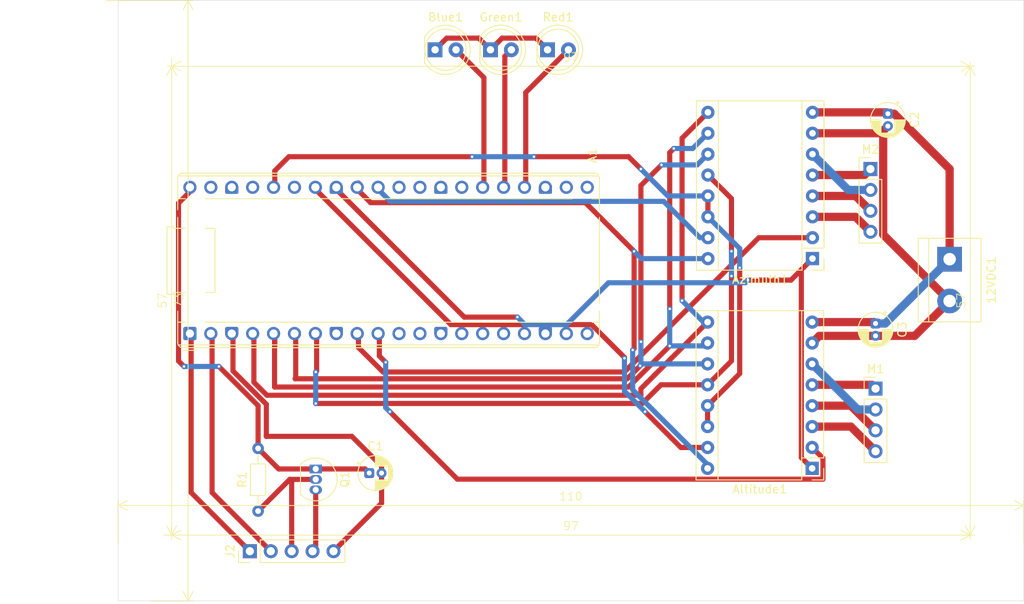
<source format=kicad_pcb>
(kicad_pcb (version 20241229) (generator "pcbnew") (generator_version "9.0")
  (layers (0 "F.Cu" signal) (2 "B.Cu" power) (13 "F.Paste" user) (15 "B.Paste" user) (5 "F.SilkS" user "F.Silkscreen") (7 "B.SilkS" user "B.Silkscreen") (1 "F.Mask" user) (3 "B.Mask" user) (25 "Edge.Cuts" user))
  (net 0 "")
  (net 1 "Net-(12VDC1-Pin_1)")
  (net 2 "Net-(12VDC1-Pin_2)")
  (net 3 "Net-(Blue1-K)")
  (net 4 "Net-(A1-GPIO27_ADC1)")
  (net 5 "Net-(A1-GPIO6)")
  (net 9 "Net-(A1-GPIO5)")
  (net 11 "Net-(A1-GPIO18)")
  (net 12 "Net-(A1-3V3)")
  (net 15 "Net-(A1-GPIO1)")
  (net 17 "Net-(A1-GPIO2)")
  (net 18 "Net-(A1-GPIO7)")
  (net 19 "Net-(A1-AGND)")
  (net 20 "Net-(A1-GPIO19)")
  (net 21 "Net-(A1-GPIO26_ADC0)")
  (net 23 "Net-(A1-GPIO3)")
  (net 26 "Net-(A1-GPIO28_ADC2)")
  (net 29 "Net-(A1-VBUS)")
  (net 34 "Net-(A1-GPIO20)")
  (net 35 "Net-(A1-GPIO4)")
  (net 36 "Net-(A1-GPIO0)")
  (net 37 "Net-(Altitude1-A2)")
  (net 38 "Net-(Altitude1-B1)")
  (net 39 "Net-(Altitude1-B2)")
  (net 40 "Net-(Altitude1-A1)")
  (net 41 "Net-(Azimuth1-A2)")
  (net 42 "Net-(Azimuth1-B1)")
  (net 43 "Net-(Azimuth1-A1)")
  (net 44 "Net-(Azimuth1-B2)")
  (net 45 "Net-(J2-Pin_3)")
  (net 46 "Net-(J2-Pin_4)")
  (footprint "TerminalBlock:TerminalBlock_bornier-2_P5.08mm" (layer "F.Cu") (at 131 79.96 -90)
    (property "Reference" "12VDC1" (at 2.54 -5.08 90) (layer "F.SilkS"))
    (property "Value" "12V Power Punchdown")
    (pad "1" thru_hole rect (at 0 0 270) (size 3 3) (drill 1.52) (layers "*.Cu" "*.Mask") (net 1 "Net-(12VDC1-Pin_1)"))
    (pad "2" thru_hole circle (at 5.08 0 270) (size 3 3) (drill 1.52) (layers "*.Cu" "*.Mask") (net 2 "Net-(12VDC1-Pin_2)"))
  )
  (footprint "MountingHole:MountingHole_3.2mm_M3" (layer "F.Cu") (at 35 115.1)
    (property "Reference" "REF**" (hide yes))
    (property "Value" "MountingHole_3.2mm_M3" (hide yes))
    (pad "" np_thru_hole circle (at 0 0) (size 3.2 3.2) (drill 3.2) (layers "*.Cu" "*.Mask"))
  )
  (footprint "MountingHole:MountingHole_3.2mm_M3" (layer "F.Cu") (at 135 54.9)
    (property "Reference" "REF**" (hide yes))
    (property "Value" "MountingHole_3.2mm_M3" (hide yes))
    (pad "" np_thru_hole circle (at 0 0) (size 3.2 3.2) (drill 3.2) (layers "*.Cu" "*.Mask"))
  )
  (footprint "Package_TO_SOT_THT:TO-92_Inline" (layer "F.Cu") (at 54 105.46 -90)
    (property "Reference" "Q1" (at 1.27 -3.56 90) (layer "F.SilkS"))
    (property "Value" "PN2222A")
    (pad "1" thru_hole rect (at 0 0 270) (size 1.05 1.5) (drill 0.75) (layers "*.Cu" "*.Mask") (net 29 "Net-(A1-VBUS)"))
    (pad "2" thru_hole oval (at 1.27 0 270) (size 1.05 1.5) (drill 0.75) (layers "*.Cu" "*.Mask") (net 45 "Net-(J2-Pin_3)"))
    (pad "3" thru_hole oval (at 2.54 0 270) (size 1.05 1.5) (drill 0.75) (layers "*.Cu" "*.Mask") (net 46 "Net-(J2-Pin_4)"))
  )
  (footprint "Module:RaspberryPi_Pico_Common_THT" (layer "F.Cu") (at 38.72 89 90)
    (property "Reference" "A1" (at 20.6375 48.895 90) (layer "F.SilkS") (effects (justify left)))
    (property "Value" "RaspberryPi_Pico")
    (pad "1" thru_hole roundrect (at 0 0 90) (size 1.6 1.6) (drill 1) (layers "*.Cu" "*.Mask") (roundrect_rratio 0.125) (net 36 "Net-(A1-GPIO0)"))
    (pad "2" thru_hole circle (at 0 2.54 90) (size 1.6 1.6) (drill 1) (layers "*.Cu" "*.Mask") (net 15 "Net-(A1-GPIO1)"))
    (pad "3" thru_hole custom (at 0 5.08 90) (size 1.6 1.6) (drill 1) (layers "*.Cu" "*.Mask") (net 3 "Net-(Blue1-K)") (options (clearance outline) (anchor circle)) (primitives (gr_poly (pts (xy 0.8 0.6) (xy 0.8 -0.6) (xy 0.6 -0.8) (xy 0 -0.8) (xy 0 0.8) (xy 0.6 0.8)) (width 0) (fill yes)) (gr_circle (center 0.6 0.6) (end 0.8 0.6) (width 0) (fill yes)) (gr_circle (center 0.6 -0.6) (end 0.8 -0.6) (width 0) (fill yes))))
    (pad "4" thru_hole circle (at 0 7.62 90) (size 1.6 1.6) (drill 1) (layers "*.Cu" "*.Mask") (net 17 "Net-(A1-GPIO2)"))
    (pad "5" thru_hole circle (at 0 10.16 90) (size 1.6 1.6) (drill 1) (layers "*.Cu" "*.Mask") (net 23 "Net-(A1-GPIO3)"))
    (pad "6" thru_hole circle (at 0 12.7 90) (size 1.6 1.6) (drill 1) (layers "*.Cu" "*.Mask") (net 35 "Net-(A1-GPIO4)"))
    (pad "7" thru_hole circle (at 0 15.24 90) (size 1.6 1.6) (drill 1) (layers "*.Cu" "*.Mask") (net 9 "Net-(A1-GPIO5)"))
    (pad "8" thru_hole custom (at 0 17.78 90) (size 1.6 1.6) (drill 1) (layers "*.Cu" "*.Mask") (net 3 "Net-(Blue1-K)") (options (clearance outline) (anchor circle)) (primitives (gr_poly (pts (xy 0.8 0.6) (xy 0.8 -0.6) (xy 0.6 -0.8) (xy 0 -0.8) (xy 0 0.8) (xy 0.6 0.8)) (width 0) (fill yes)) (gr_circle (center 0.6 0.6) (end 0.8 0.6) (width 0) (fill yes)) (gr_circle (center 0.6 -0.6) (end 0.8 -0.6) (width 0) (fill yes))))
    (pad "9" thru_hole circle (at 0 20.32 90) (size 1.6 1.6) (drill 1) (layers "*.Cu" "*.Mask") (net 5 "Net-(A1-GPIO6)"))
    (pad "10" thru_hole circle (at 0 22.86 90) (size 1.6 1.6) (drill 1) (layers "*.Cu" "*.Mask") (net 18 "Net-(A1-GPIO7)"))
    (pad "11" thru_hole circle (at 0 25.4 90) (size 1.6 1.6) (drill 1) (layers "*.Cu" "*.Mask"))
    (pad "12" thru_hole circle (at 0 27.94 90) (size 1.6 1.6) (drill 1) (layers "*.Cu" "*.Mask"))
    (pad "13" thru_hole custom (at 0 30.48 90) (size 1.6 1.6) (drill 1) (layers "*.Cu" "*.Mask") (net 3 "Net-(Blue1-K)") (options (clearance outline) (anchor circle)) (primitives (gr_poly (pts (xy 0.8 0.6) (xy 0.8 -0.6) (xy 0.6 -0.8) (xy 0 -0.8) (xy 0 0.8) (xy 0.6 0.8)) (width 0) (fill yes)) (gr_circle (center 0.6 0.6) (end 0.8 0.6) (width 0) (fill yes)) (gr_circle (center 0.6 -0.6) (end 0.8 -0.6) (width 0) (fill yes))))
    (pad "14" thru_hole circle (at 0 33.02 90) (size 1.6 1.6) (drill 1) (layers "*.Cu" "*.Mask"))
    (pad "15" thru_hole circle (at 0 35.56 90) (size 1.6 1.6) (drill 1) (layers "*.Cu" "*.Mask"))
    (pad "16" thru_hole circle (at 0 38.1 90) (size 1.6 1.6) (drill 1) (layers "*.Cu" "*.Mask"))
    (pad "17" thru_hole circle (at 0 40.64 90) (size 1.6 1.6) (drill 1) (layers "*.Cu" "*.Mask"))
    (pad "18" thru_hole custom (at 0 43.18 90) (size 1.6 1.6) (drill 1) (layers "*.Cu" "*.Mask") (net 3 "Net-(Blue1-K)") (options (clearance outline) (anchor circle)) (primitives (gr_poly (pts (xy 0.8 0.6) (xy 0.8 -0.6) (xy 0.6 -0.8) (xy 0 -0.8) (xy 0 0.8) (xy 0.6 0.8)) (width 0) (fill yes)) (gr_circle (center 0.6 0.6) (end 0.8 0.6) (width 0) (fill yes)) (gr_circle (center 0.6 -0.6) (end 0.8 -0.6) (width 0) (fill yes))))
    (pad "19" thru_hole circle (at 0 45.72 90) (size 1.6 1.6) (drill 1) (layers "*.Cu" "*.Mask"))
    (pad "20" thru_hole circle (at 0 48.26 90) (size 1.6 1.6) (drill 1) (layers "*.Cu" "*.Mask"))
    (pad "21" thru_hole circle (at 17.78 48.26 90) (size 1.6 1.6) (drill 1) (layers "*.Cu" "*.Mask"))
    (pad "22" thru_hole circle (at 17.78 45.72 90) (size 1.6 1.6) (drill 1) (layers "*.Cu" "*.Mask"))
    (pad "23" thru_hole custom (at 17.78 43.18 90) (size 1.6 1.6) (drill 1) (layers "*.Cu" "*.Mask") (net 3 "Net-(Blue1-K)") (options (clearance outline) (anchor circle)) (primitives (gr_poly (pts (xy -0.8 0.6) (xy -0.8 -0.6) (xy -0.6 -0.8) (xy 0 -0.8) (xy 0 0.8) (xy -0.6 0.8)) (width 0) (fill yes)) (gr_circle (center -0.6 0.6) (end -0.4 0.6) (width 0) (fill yes)) (gr_circle (center -0.6 -0.6) (end -0.4 -0.6) (width 0) (fill yes))))
    (pad "24" thru_hole circle (at 17.78 40.64 90) (size 1.6 1.6) (drill 1) (layers "*.Cu" "*.Mask") (net 11 "Net-(A1-GPIO18)"))
    (pad "25" thru_hole circle (at 17.78 38.1 90) (size 1.6 1.6) (drill 1) (layers "*.Cu" "*.Mask") (net 20 "Net-(A1-GPIO19)"))
    (pad "26" thru_hole circle (at 17.78 35.56 90) (size 1.6 1.6) (drill 1) (layers "*.Cu" "*.Mask") (net 34 "Net-(A1-GPIO20)"))
    (pad "27" thru_hole circle (at 17.78 33.02 90) (size 1.6 1.6) (drill 1) (layers "*.Cu" "*.Mask"))
    (pad "28" thru_hole custom (at 17.78 30.48 90) (size 1.6 1.6) (drill 1) (layers "*.Cu" "*.Mask") (net 3 "Net-(Blue1-K)") (options (clearance outline) (anchor circle)) (primitives (gr_poly (pts (xy -0.8 0.6) (xy -0.8 -0.6) (xy -0.6 -0.8) (xy 0 -0.8) (xy 0 0.8) (xy -0.6 0.8)) (width 0) (fill yes)) (gr_circle (center -0.6 0.6) (end -0.4 0.6) (width 0) (fill yes)) (gr_circle (center -0.6 -0.6) (end -0.4 -0.6) (width 0) (fill yes))))
    (pad "29" thru_hole circle (at 17.78 27.94 90) (size 1.6 1.6) (drill 1) (layers "*.Cu" "*.Mask"))
    (pad "30" thru_hole circle (at 17.78 25.4 90) (size 1.6 1.6) (drill 1) (layers "*.Cu" "*.Mask"))
    (pad "31" thru_hole circle (at 17.78 22.86 90) (size 1.6 1.6) (drill 1) (layers "*.Cu" "*.Mask") (net 21 "Net-(A1-GPIO26_ADC0)"))
    (pad "32" thru_hole circle (at 17.78 20.32 90) (size 1.6 1.6) (drill 1) (layers "*.Cu" "*.Mask") (net 4 "Net-(A1-GPIO27_ADC1)"))
    (pad "33" thru_hole custom (at 17.78 17.78 90) (size 1.6 1.6) (drill 1) (layers "*.Cu" "*.Mask") (net 19 "Net-(A1-AGND)") (options (clearance outline) (anchor circle)) (primitives (gr_poly (pts (xy -0.8 0.6) (xy -0.8 -0.6) (xy -0.6 -0.8) (xy 0 -0.8) (xy 0 0.8) (xy -0.6 0.8)) (width 0) (fill yes)) (gr_circle (center -0.6 0.6) (end -0.4 0.6) (width 0) (fill yes)) (gr_circle (center -0.6 -0.6) (end -0.4 -0.6) (width 0) (fill yes))))
    (pad "34" thru_hole circle (at 17.78 15.24 90) (size 1.6 1.6) (drill 1) (layers "*.Cu" "*.Mask") (net 26 "Net-(A1-GPIO28_ADC2)"))
    (pad "35" thru_hole circle (at 17.78 12.7 90) (size 1.6 1.6) (drill 1) (layers "*.Cu" "*.Mask"))
    (pad "36" thru_hole circle (at 17.78 10.16 90) (size 1.6 1.6) (drill 1) (layers "*.Cu" "*.Mask") (net 12 "Net-(A1-3V3)"))
    (pad "37" thru_hole circle (at 17.78 7.62 90) (size 1.6 1.6) (drill 1) (layers "*.Cu" "*.Mask"))
    (pad "38" thru_hole custom (at 17.78 5.08 90) (size 1.6 1.6) (drill 1) (layers "*.Cu" "*.Mask") (net 3 "Net-(Blue1-K)") (options (clearance outline) (anchor circle)) (primitives (gr_poly (pts (xy -0.8 0.6) (xy -0.8 -0.6) (xy -0.6 -0.8) (xy 0 -0.8) (xy 0 0.8) (xy -0.6 0.8)) (width 0) (fill yes)) (gr_circle (center -0.6 0.6) (end -0.4 0.6) (width 0) (fill yes)) (gr_circle (center -0.6 -0.6) (end -0.4 -0.6) (width 0) (fill yes))))
    (pad "39" thru_hole circle (at 17.78 2.54 90) (size 1.6 1.6) (drill 1) (layers "*.Cu" "*.Mask"))
    (pad "40" thru_hole circle (at 17.78 0 90) (size 1.6 1.6) (drill 1) (layers "*.Cu" "*.Mask") (net 29 "Net-(A1-VBUS)"))
  )
  (footprint "LED_THT:LED_D5.0mm" (layer "F.Cu") (at 82.16 54.5)
    (property "Reference" "Red1" (at 1.27 -3.96 0) (layer "F.SilkS"))
    (property "Value" "LED")
    (pad "1" thru_hole rect (at 0 0) (size 1.8 1.8) (drill 0.9) (layers "*.Cu" "*.Mask") (net 3 "Net-(Blue1-K)"))
    (pad "2" thru_hole circle (at 2.54 0) (size 1.8 1.8) (drill 0.9) (layers "*.Cu" "*.Mask") (net 11 "Net-(A1-GPIO18)"))
  )
  (footprint "Module:Pololu_Breakout-16_15.2x20.3mm" (layer "F.Cu") (at 114.34 79.89 180)
    (property "Reference" "Azimuth1" (at 6.35 -2.54 0) (layer "F.SilkS"))
    (property "Value" "Pololu_Breakout_DRV8825")
    (pad "1" thru_hole rect (at 0 0 180) (size 1.6 1.6) (drill 0.8) (layers "*.Cu" "*.Mask") (net 19 "Net-(A1-AGND)"))
    (pad "2" thru_hole oval (at 0 2.54 180) (size 1.6 1.6) (drill 0.8) (layers "*.Cu" "*.Mask") (net 5 "Net-(A1-GPIO6)"))
    (pad "3" thru_hole oval (at 0 5.08 180) (size 1.6 1.6) (drill 0.8) (layers "*.Cu" "*.Mask") (net 41 "Net-(Azimuth1-A2)"))
    (pad "4" thru_hole oval (at 0 7.62 180) (size 1.6 1.6) (drill 0.8) (layers "*.Cu" "*.Mask") (net 43 "Net-(Azimuth1-A1)"))
    (pad "5" thru_hole oval (at 0 10.16 180) (size 1.6 1.6) (drill 0.8) (layers "*.Cu" "*.Mask") (net 42 "Net-(Azimuth1-B1)"))
    (pad "6" thru_hole oval (at 0 12.7 180) (size 1.6 1.6) (drill 0.8) (layers "*.Cu" "*.Mask") (net 44 "Net-(Azimuth1-B2)"))
    (pad "7" thru_hole oval (at 0 15.24 180) (size 1.6 1.6) (drill 0.8) (layers "*.Cu" "*.Mask") (net 2 "Net-(12VDC1-Pin_2)"))
    (pad "8" thru_hole oval (at 0 17.78 180) (size 1.6 1.6) (drill 0.8) (layers "*.Cu" "*.Mask") (net 1 "Net-(12VDC1-Pin_1)"))
    (pad "9" thru_hole oval (at 12.7 17.78 180) (size 1.6 1.6) (drill 0.8) (layers "*.Cu" "*.Mask") (net 17 "Net-(A1-GPIO2)"))
    (pad "10" thru_hole oval (at 12.7 15.24 180) (size 1.6 1.6) (drill 0.8) (layers "*.Cu" "*.Mask") (net 23 "Net-(A1-GPIO3)"))
    (pad "11" thru_hole oval (at 12.7 12.7 180) (size 1.6 1.6) (drill 0.8) (layers "*.Cu" "*.Mask") (net 35 "Net-(A1-GPIO4)"))
    (pad "12" thru_hole oval (at 12.7 10.16 180) (size 1.6 1.6) (drill 0.8) (layers "*.Cu" "*.Mask") (net 9 "Net-(A1-GPIO5)"))
    (pad "13" thru_hole oval (at 12.7 7.62 180) (size 1.6 1.6) (drill 0.8) (layers "*.Cu" "*.Mask") (net 12 "Net-(A1-3V3)"))
    (pad "14" thru_hole oval (at 12.7 5.08 180) (size 1.6 1.6) (drill 0.8) (layers "*.Cu" "*.Mask") (net 12 "Net-(A1-3V3)"))
    (pad "15" thru_hole oval (at 12.7 2.54 180) (size 1.6 1.6) (drill 0.8) (layers "*.Cu" "*.Mask") (net 21 "Net-(A1-GPIO26_ADC0)"))
    (pad "16" thru_hole oval (at 12.7 0 180) (size 1.6 1.6) (drill 0.8) (layers "*.Cu" "*.Mask") (net 4 "Net-(A1-GPIO27_ADC1)"))
  )
  (footprint "LED_THT:LED_D5.0mm" (layer "F.Cu") (at 68.5 54.5)
    (property "Reference" "Blue1" (at 1.27 -3.96 0) (layer "F.SilkS"))
    (property "Value" "LED")
    (pad "1" thru_hole rect (at 0 0) (size 1.8 1.8) (drill 0.9) (layers "*.Cu" "*.Mask") (net 3 "Net-(Blue1-K)"))
    (pad "2" thru_hole circle (at 2.54 0) (size 1.8 1.8) (drill 0.9) (layers "*.Cu" "*.Mask") (net 34 "Net-(A1-GPIO20)"))
  )
  (footprint "Capacitor_THT:CP_Radial_D4.0mm_P1.50mm" (layer "F.Cu") (at 123.5 62.277401 -90)
    (property "Reference" "C2" (at 0.75 -3.25 90) (layer "F.SilkS"))
    (property "Value" "47uF")
    (pad "1" thru_hole roundrect (at 0 0 270) (size 1.2 1.2) (drill 0.6) (layers "*.Cu" "*.Mask") (roundrect_rratio 0.208333) (net 1 "Net-(12VDC1-Pin_1)"))
    (pad "2" thru_hole circle (at 1.5 0 270) (size 1.2 1.2) (drill 0.6) (layers "*.Cu" "*.Mask") (net 2 "Net-(12VDC1-Pin_2)"))
  )
  (footprint "Connector_PinHeader_2.54mm:PinHeader_1x05_P2.54mm_Vertical" (layer "F.Cu") (at 46 115.46 90)
    (property "Reference" "J2" (at 0 -2.38 90) (layer "F.SilkS"))
    (property "Value" "RaspberryPi_Link")
    (pad "1" thru_hole rect (at 0 0 90) (size 1.7 1.7) (drill 1) (layers "*.Cu" "*.Mask") (net 36 "Net-(A1-GPIO0)"))
    (pad "2" thru_hole circle (at 0 2.54 90) (size 1.7 1.7) (drill 1) (layers "*.Cu" "*.Mask") (net 15 "Net-(A1-GPIO1)"))
    (pad "3" thru_hole circle (at 0 5.08 90) (size 1.7 1.7) (drill 1) (layers "*.Cu" "*.Mask") (net 45 "Net-(J2-Pin_3)"))
    (pad "4" thru_hole circle (at 0 7.62 90) (size 1.7 1.7) (drill 1) (layers "*.Cu" "*.Mask") (net 46 "Net-(J2-Pin_4)"))
    (pad "5" thru_hole circle (at 0 10.16 90) (size 1.7 1.7) (drill 1) (layers "*.Cu" "*.Mask") (net 3 "Net-(Blue1-K)"))
  )
  (footprint "LED_THT:LED_D5.0mm" (layer "F.Cu") (at 75.225 54.5)
    (property "Reference" "Green1" (at 1.27 -3.96 0) (layer "F.SilkS"))
    (property "Value" "LED")
    (pad "1" thru_hole rect (at 0 0) (size 1.8 1.8) (drill 0.9) (layers "*.Cu" "*.Mask") (net 3 "Net-(Blue1-K)"))
    (pad "2" thru_hole circle (at 2.54 0) (size 1.8 1.8) (drill 0.9) (layers "*.Cu" "*.Mask") (net 20 "Net-(A1-GPIO19)"))
  )
  (footprint "Capacitor_THT:CP_Radial_D4.0mm_P1.50mm" (layer "F.Cu") (at 60.5 105.96)
    (property "Reference" "C1" (at 0.75 -3.25 0) (layer "F.SilkS"))
    (property "Value" "47uF")
    (pad "1" thru_hole roundrect (at 0 0) (size 1.2 1.2) (drill 0.6) (layers "*.Cu" "*.Mask") (roundrect_rratio 0.208333) (net 29 "Net-(A1-VBUS)"))
    (pad "2" thru_hole circle (at 1.5 0) (size 1.2 1.2) (drill 0.6) (layers "*.Cu" "*.Mask") (net 3 "Net-(Blue1-K)"))
  )
  (footprint "MountingHole:MountingHole_3.2mm_M3" (layer "F.Cu") (at 35 54.9)
    (property "Reference" "REF**" (hide yes))
    (property "Value" "MountingHole_3.2mm_M3" (hide yes))
    (pad "" np_thru_hole circle (at 0 0) (size 3.2 3.2) (drill 3.2) (layers "*.Cu" "*.Mask"))
  )
  (footprint "Connector_PinHeader_2.54mm:PinHeader_1x04_P2.54mm_Vertical" (layer "F.Cu") (at 122 95.69)
    (property "Reference" "M1" (at 0 -2.38 0) (layer "F.SilkS"))
    (property "Value" "Stepper_Motor_bipolar")
    (pad "1" thru_hole rect (at 0 0) (size 1.7 1.7) (drill 1) (layers "*.Cu" "*.Mask") (net 38 "Net-(Altitude1-B1)"))
    (pad "2" thru_hole circle (at 0 2.54) (size 1.7 1.7) (drill 1) (layers "*.Cu" "*.Mask") (net 39 "Net-(Altitude1-B2)"))
    (pad "3" thru_hole circle (at 0 5.08) (size 1.7 1.7) (drill 1) (layers "*.Cu" "*.Mask") (net 40 "Net-(Altitude1-A1)"))
    (pad "4" thru_hole circle (at 0 7.62) (size 1.7 1.7) (drill 1) (layers "*.Cu" "*.Mask") (net 37 "Net-(Altitude1-A2)"))
  )
  (footprint "MountingHole:MountingHole_3.2mm_M3" (layer "F.Cu") (at 135 115.1)
    (property "Reference" "REF**" (hide yes))
    (property "Value" "MountingHole_3.2mm_M3" (hide yes))
    (pad "" np_thru_hole circle (at 0 0) (size 3.2 3.2) (drill 3.2) (layers "*.Cu" "*.Mask"))
  )
  (footprint "Connector_PinHeader_2.54mm:PinHeader_1x04_P2.54mm_Vertical" (layer "F.Cu") (at 121.38 69)
    (property "Reference" "M2" (at 0 -2.38 0) (layer "F.SilkS"))
    (property "Value" "Stepper_Motor_bipolar")
    (pad "1" thru_hole rect (at 0 0) (size 1.7 1.7) (drill 1) (layers "*.Cu" "*.Mask") (net 42 "Net-(Azimuth1-B1)"))
    (pad "2" thru_hole circle (at 0 2.54) (size 1.7 1.7) (drill 1) (layers "*.Cu" "*.Mask") (net 44 "Net-(Azimuth1-B2)"))
    (pad "3" thru_hole circle (at 0 5.08) (size 1.7 1.7) (drill 1) (layers "*.Cu" "*.Mask") (net 43 "Net-(Azimuth1-A1)"))
    (pad "4" thru_hole circle (at 0 7.62) (size 1.7 1.7) (drill 1) (layers "*.Cu" "*.Mask") (net 41 "Net-(Azimuth1-A2)"))
  )
  (footprint "Capacitor_THT:CP_Radial_D4.0mm_P1.50mm" (layer "F.Cu") (at 122 87.777401 -90)
    (property "Reference" "C3" (at 0.75 -3.25 90) (layer "F.SilkS"))
    (property "Value" "47uF")
    (pad "1" thru_hole roundrect (at 0 0 270) (size 1.2 1.2) (drill 0.6) (layers "*.Cu" "*.Mask") (roundrect_rratio 0.208333) (net 1 "Net-(12VDC1-Pin_1)"))
    (pad "2" thru_hole circle (at 1.5 0 270) (size 1.2 1.2) (drill 0.6) (layers "*.Cu" "*.Mask") (net 2 "Net-(12VDC1-Pin_2)"))
  )
  (footprint "Module:Pololu_Breakout-16_15.2x20.3mm" (layer "F.Cu") (at 114.3 105.39 180)
    (property "Reference" "Altitude1" (at 6.35 -2.54 0) (layer "F.SilkS"))
    (property "Value" "Pololu_Breakout_DRV8825")
    (pad "1" thru_hole rect (at 0 0 180) (size 1.6 1.6) (drill 0.8) (layers "*.Cu" "*.Mask") (net 19 "Net-(A1-AGND)"))
    (pad "2" thru_hole oval (at 0 2.54 180) (size 1.6 1.6) (drill 0.8) (layers "*.Cu" "*.Mask") (net 18 "Net-(A1-GPIO7)"))
    (pad "3" thru_hole oval (at 0 5.08 180) (size 1.6 1.6) (drill 0.8) (layers "*.Cu" "*.Mask") (net 37 "Net-(Altitude1-A2)"))
    (pad "4" thru_hole oval (at 0 7.62 180) (size 1.6 1.6) (drill 0.8) (layers "*.Cu" "*.Mask") (net 40 "Net-(Altitude1-A1)"))
    (pad "5" thru_hole oval (at 0 10.16 180) (size 1.6 1.6) (drill 0.8) (layers "*.Cu" "*.Mask") (net 38 "Net-(Altitude1-B1)"))
    (pad "6" thru_hole oval (at 0 12.7 180) (size 1.6 1.6) (drill 0.8) (layers "*.Cu" "*.Mask") (net 39 "Net-(Altitude1-B2)"))
    (pad "7" thru_hole oval (at 0 15.24 180) (size 1.6 1.6) (drill 0.8) (layers "*.Cu" "*.Mask") (net 2 "Net-(12VDC1-Pin_2)"))
    (pad "8" thru_hole oval (at 0 17.78 180) (size 1.6 1.6) (drill 0.8) (layers "*.Cu" "*.Mask") (net 1 "Net-(12VDC1-Pin_1)"))
    (pad "9" thru_hole oval (at 12.7 17.78 180) (size 1.6 1.6) (drill 0.8) (layers "*.Cu" "*.Mask") (net 17 "Net-(A1-GPIO2)"))
    (pad "10" thru_hole oval (at 12.7 15.24 180) (size 1.6 1.6) (drill 0.8) (layers "*.Cu" "*.Mask") (net 23 "Net-(A1-GPIO3)"))
    (pad "11" thru_hole oval (at 12.7 12.7 180) (size 1.6 1.6) (drill 0.8) (layers "*.Cu" "*.Mask") (net 35 "Net-(A1-GPIO4)"))
    (pad "12" thru_hole oval (at 12.7 10.16 180) (size 1.6 1.6) (drill 0.8) (layers "*.Cu" "*.Mask") (net 9 "Net-(A1-GPIO5)"))
    (pad "13" thru_hole oval (at 12.7 7.62 180) (size 1.6 1.6) (drill 0.8) (layers "*.Cu" "*.Mask") (net 12 "Net-(A1-3V3)"))
    (pad "14" thru_hole oval (at 12.7 5.08 180) (size 1.6 1.6) (drill 0.8) (layers "*.Cu" "*.Mask") (net 12 "Net-(A1-3V3)"))
    (pad "15" thru_hole oval (at 12.7 2.54 180) (size 1.6 1.6) (drill 0.8) (layers "*.Cu" "*.Mask") (net 26 "Net-(A1-GPIO28_ADC2)"))
    (pad "16" thru_hole oval (at 12.7 0 180) (size 1.6 1.6) (drill 0.8) (layers "*.Cu" "*.Mask") (net 4 "Net-(A1-GPIO27_ADC1)"))
  )
  (footprint "Resistor_THT:R_Axial_DIN0204_L3.6mm_D1.6mm_P7.62mm_Horizontal" (layer "F.Cu") (at 47 110.58 90)
    (property "Reference" "R1" (at 3.81 -1.92 90) (layer "F.SilkS"))
    (property "Value" "10K Ohm")
    (pad "1" thru_hole circle (at 0 0 90) (size 1.4 1.4) (drill 0.7) (layers "*.Cu" "*.Mask") (net 45 "Net-(J2-Pin_3)"))
    (pad "2" thru_hole circle (at 7.62 0 90) (size 1.4 1.4) (drill 0.7) (layers "*.Cu" "*.Mask") (net 29 "Net-(A1-VBUS)"))
  )
  (gr_rect (start 30 48.5) (end 140 121.5) (stroke (width 0.05)) (fill no) (layer "Edge.Cuts"))
  (dimension (type orthogonal) (layer "F.SilkS") (pts (xy 30 114.9) (xy 140 114.9)) (height -5) (orientation 0) (format (prefix "") (suffix "") (units 3) (units_format 0) (precision 4) (suppress_zeroes yes)) (style (thickness 0.1) (arrow_length 1.27) (text_position_mode 0) (arrow_direction outward) (extension_height 0.58642) (extension_offset 0.5) (keep_text_aligned yes)) (gr_text "110" (at 85 108.8 0) (layer "F.SilkS") (effects (font (size 1 1) (thickness 0.1)))))
  (dimension (type orthogonal) (layer "F.SilkS") (pts (xy 35 113.5) (xy 35.5 56.5)) (height 1.5) (orientation 1) (format (prefix "") (suffix "") (units 3) (units_format 0) (precision 4) (suppress_zeroes yes)) (style (thickness 0.1) (arrow_length 1.27) (text_position_mode 0) (arrow_direction outward) (extension_height 0.58642) (extension_offset 0.5) (keep_text_aligned yes)) (gr_text "57" (at 35.4 85 90) (layer "F.SilkS") (effects (font (size 1 1) (thickness 0.1)))))
  (dimension (type orthogonal) (layer "F.SilkS") (pts (xy 36.5 112) (xy 133.5 112.5)) (height 1.5) (orientation 0) (format (prefix "") (suffix "") (units 3) (units_format 0) (precision 4) (suppress_zeroes yes)) (style (thickness 0.1) (arrow_length 1.27) (text_position_mode 0) (arrow_direction outward) (extension_height 0.58642) (extension_offset 0.5) (keep_text_aligned yes)) (gr_text "97" (at 85 112.4 0) (layer "F.SilkS") (effects (font (size 1 1) (thickness 0.1)))))
  (dimension (type orthogonal) (layer "F.SilkS") (pts (xy 36.5 55) (xy 133.5 55.5)) (height 1.5) (orientation 0) (format (prefix "") (suffix "") (units 3) (units_format 0) (precision 4) (suppress_zeroes yes)) (style (thickness 0.1) (arrow_length 1.27) (text_position_mode 0) (arrow_direction outward) (extension_height 0.58642) (extension_offset 0.5) (keep_text_aligned yes)) (gr_text "97" (at 85 55.4 0) (layer "F.SilkS") (effects (font (size 1 1) (thickness 0.1)))))
  (dimension (type orthogonal) (layer "F.SilkS") (pts (xy 33.5 121.5) (xy 28 48.5)) (height 5) (orientation 1) (format (prefix "") (suffix "") (units 3) (units_format 0) (precision 4) (suppress_zeroes yes)) (style (thickness 0.1) (arrow_length 1.27) (text_position_mode 0) (arrow_direction outward) (extension_height 0.58642) (extension_offset 0.5) (keep_text_aligned yes)) (gr_text "73" (at 37.4 85 90) (layer "F.SilkS") (effects (font (size 1 1) (thickness 0.1)))))
  (dimension (type orthogonal) (layer "F.SilkS") (pts (xy 132 113.5) (xy 132.5 56.5)) (height 1.5) (orientation 1) (format (prefix "") (suffix "") (units 3) (units_format 0) (precision 4) (suppress_zeroes yes)) (style (thickness 0.1) (arrow_length 1.27) (text_position_mode 0) (arrow_direction outward) (extension_height 0.58642) (extension_offset 0.5) (keep_text_aligned yes)) (gr_text "57" (at 132.4 85 90) (layer "F.SilkS") (effects (font (size 1 1) (thickness 0.1)))))
  (segment (start 131 69) (end 131 79.96) (width 1) (layer "F.Cu") (net 1))
  (segment (start 121.832599 87.61) (end 122 87.777401) (width 1) (layer "F.Cu") (net 1))
  (segment (start 123.5 62.277401) (end 124.277401 62.277401) (width 1) (layer "F.Cu") (net 1))
  (segment (start 114.34 62.11) (end 123.332599 62.11) (width 1) (layer "F.Cu") (net 1))
  (segment (start 124.277401 62.277401) (end 131 69) (width 1) (layer "F.Cu") (net 1))
  (segment (start 114.3 87.61) (end 121.832599 87.61) (width 1) (layer "F.Cu") (net 1))
  (segment (start 123.332599 62.11) (end 123.5 62.277401) (width 1) (layer "F.Cu") (net 1))
  (segment (start 122 87.777401) (end 123.182599 87.777401) (width 1) (layer "B.Cu") (net 1))
  (segment (start 123.182599 87.777401) (end 131 79.96) (width 1) (layer "B.Cu") (net 1))
  (segment (start 122.627401 64.65) (end 123.5 63.777401) (width 1) (layer "F.Cu") (net 2))
  (segment (start 122.931 64.953599) (end 122.931 76.971) (width 1) (layer "F.Cu") (net 2))
  (segment (start 122 89.277401) (end 115.172599 89.277401) (width 1) (layer "F.Cu") (net 2))
  (segment (start 131 85.04) (end 126.762599 89.277401) (width 1) (layer "F.Cu") (net 2))
  (segment (start 122.627401 64.65) (end 122.931 64.953599) (width 1) (layer "F.Cu") (net 2))
  (segment (start 115.172599 89.277401) (end 114.3 90.15) (width 1) (layer "F.Cu") (net 2))
  (segment (start 114.34 64.65) (end 122.627401 64.65) (width 1) (layer "F.Cu") (net 2))
  (segment (start 122.931 76.971) (end 131 85.04) (width 1) (layer "F.Cu") (net 2))
  (segment (start 126.762599 89.277401) (end 122 89.277401) (width 1) (layer "F.Cu") (net 2))
  (segment (start 58.388528 101.5) (end 48 101.5) (width 0.625) (layer "F.Cu") (net 3))
  (segment (start 48 97.59586) (end 43.95 93.54586) (width 0.625) (layer "F.Cu") (net 3))
  (segment (start 76.6385 53.0865) (end 80.7465 53.0865) (width 0.625) (layer "F.Cu") (net 3))
  (segment (start 73.8115 53.0865) (end 75.225 54.5) (width 0.625) (layer "F.Cu") (net 3))
  (segment (start 80.7465 53.0865) (end 82.16 54.5) (width 0.625) (layer "F.Cu") (net 3))
  (segment (start 69.9135 53.0865) (end 73.8115 53.0865) (width 0.625) (layer "F.Cu") (net 3))
  (segment (start 68.5 54.5) (end 69.9135 53.0865) (width 0.625) (layer "F.Cu") (net 3))
  (segment (start 62 105.111472) (end 58.388528 101.5) (width 0.625) (layer "F.Cu") (net 3))
  (segment (start 62 109.62) (end 56.16 115.46) (width 0.625) (layer "F.Cu") (net 3))
  (segment (start 75.225 54.5) (end 76.6385 53.0865) (width 0.625) (layer "F.Cu") (net 3))
  (segment (start 43.95 93.54586) (end 43.95 89.39) (width 0.625) (layer "F.Cu") (net 3))
  (segment (start 62 105.96) (end 62 105.111472) (width 0.625) (layer "F.Cu") (net 3))
  (segment (start 48 101.5) (end 48 97.59586) (width 0.625) (layer "F.Cu") (net 3))
  (segment (start 62 105.96) (end 62 109.62) (width 0.625) (layer "F.Cu") (net 3))
  (segment (start 60.6665 73.0865) (end 86.7605 73.0865) (width 0.625) (layer "F.Cu") (net 4))
  (segment (start 86.7605 73.0865) (end 92.674 79) (width 0.625) (layer "F.Cu") (net 4))
  (segment (start 92.674 79) (end 92.674 90.826) (width 0.625) (layer "F.Cu") (net 4))
  (segment (start 59.19 71.61) (end 59.19 70.69243) (width 0.625) (layer "F.Cu") (net 4))
  (segment (start 59.19 71.61) (end 60.6665 73.0865) (width 0.625) (layer "F.Cu") (net 4))
  (segment (start 92.674 90.826) (end 92.5 91) (width 0.625) (layer "F.Cu") (net 4))
  (via (at 92.5 91) (size 0.6) (drill 0.3) (layers "F.Cu" "B.Cu") (net 4))
  (via (at 92.674 79) (size 0.6) (drill 0.3) (layers "F.Cu" "B.Cu") (net 4))
  (segment (start 101.6 104.93186) (end 101.6 105.39) (width 0.625) (layer "B.Cu") (net 4))
  (segment (start 92.674 79) (end 93.564 79.89) (width 0.625) (layer "B.Cu") (net 4))
  (segment (start 92.5 95.83186) (end 101.6 104.93186) (width 0.625) (layer "B.Cu") (net 4))
  (segment (start 92.5 91) (end 92.5 95.83186) (width 0.625) (layer "B.Cu") (net 4))
  (segment (start 93.564 79.89) (end 101.64 79.89) (width 0.625) (layer "B.Cu") (net 4))
  (segment (start 91.48972 93.674) (end 107.81372 77.35) (width 0.625) (layer "F.Cu") (net 5))
  (segment (start 59.19 89.39) (end 59.19 90.69) (width 0.625) (layer "F.Cu") (net 5))
  (segment (start 59.19 90.69) (end 62.174 93.674) (width 0.625) (layer "F.Cu") (net 5))
  (segment (start 62.174 93.674) (end 91.48972 93.674) (width 0.625) (layer "F.Cu") (net 5))
  (segment (start 107.81372 77.35) (end 114.34 77.35) (width 0.625) (layer "F.Cu") (net 5))
  (segment (start 95.93814 95.23) (end 101.6 95.23) (width 0.625) (layer "F.Cu") (net 9))
  (segment (start 101.6 95.23) (end 104.5 92.33) (width 0.625) (layer "F.Cu") (net 9))
  (segment (start 54.11 93.564) (end 54 93.674) (width 0.625) (layer "F.Cu") (net 9))
  (segment (start 54.11 89.39) (end 54.11 93.564) (width 0.625) (layer "F.Cu") (net 9))
  (segment (start 104.5 72.59) (end 101.64 69.73) (width 0.625) (layer "F.Cu") (net 9))
  (segment (start 104.5 92.33) (end 104.5 82) (width 0.625) (layer "F.Cu") (net 9))
  (segment (start 104.5 79) (end 104.5 72.59) (width 0.625) (layer "F.Cu") (net 9))
  (segment (start 93.66814 97.5) (end 95.93814 95.23) (width 0.625) (layer "F.Cu") (net 9))
  (segment (start 54 97.5) (end 93.66814 97.5) (width 0.625) (layer "F.Cu") (net 9))
  (via (at 54 93.674) (size 0.6) (drill 0.3) (layers "F.Cu" "B.Cu") (net 9))
  (via (at 104.5 82) (size 0.6) (drill 0.3) (layers "F.Cu" "B.Cu") (net 9))
  (via (at 104.5 79) (size 0.6) (drill 0.3) (layers "F.Cu" "B.Cu") (net 9))
  (via (at 54 97.5) (size 0.6) (drill 0.3) (layers "F.Cu" "B.Cu") (net 9))
  (segment (start 104.5 82) (end 104.5 79) (width 0.625) (layer "B.Cu") (net 9))
  (segment (start 54 93.674) (end 54 97.5) (width 0.625) (layer "B.Cu") (net 9))
  (segment (start 79.51 71.61) (end 79.51 59.69) (width 0.625) (layer "F.Cu") (net 11))
  (segment (start 79.51 59.69) (end 84.7 54.5) (width 0.625) (layer "F.Cu") (net 11))
  (segment (start 50.74 67.5) (end 49.03 69.21) (width 0.625) (layer "F.Cu") (net 12))
  (segment (start 101.6 97.77) (end 105.5 93.87) (width 0.625) (layer "F.Cu") (net 12))
  (segment (start 73 67.5) (end 50.74 67.5) (width 0.625) (layer "F.Cu") (net 12))
  (segment (start 92 67.5) (end 80.5 67.5) (width 0.625) (layer "F.Cu") (net 12))
  (segment (start 93.5 69) (end 92 67.5) (width 0.625) (layer "F.Cu") (net 12))
  (segment (start 105.5 93.87) (end 105.5 81) (width 0.625) (layer "F.Cu") (net 12))
  (segment (start 101.64 74.81) (end 101.64 72.27) (width 0.625) (layer "F.Cu") (net 12))
  (segment (start 101.6 97.77) (end 101.6 100.31) (width 0.625) (layer "F.Cu") (net 12))
  (segment (start 49.03 69.21) (end 49.03 71.61) (width 0.625) (layer "F.Cu") (net 12))
  (via (at 73 67.5) (size 0.6) (drill 0.3) (layers "F.Cu" "B.Cu") (net 12))
  (via (at 93.5 69) (size 0.6) (drill 0.3) (layers "F.Cu" "B.Cu") (net 12))
  (via (at 105.5 81) (size 0.6) (drill 0.3) (layers "F.Cu" "B.Cu") (net 12))
  (via (at 80.5 67.5) (size 0.6) (drill 0.3) (layers "F.Cu" "B.Cu") (net 12))
  (segment (start 101.64 72.27) (end 96.77 72.27) (width 0.625) (layer "B.Cu") (net 12))
  (segment (start 80.5 67.5) (end 73 67.5) (width 0.625) (layer "B.Cu") (net 12))
  (segment (start 105.5 78.67) (end 101.64 74.81) (width 0.625) (layer "B.Cu") (net 12))
  (segment (start 96.77 72.27) (end 93.5 69) (width 0.625) (layer "B.Cu") (net 12))
  (segment (start 105.5 81) (end 105.5 78.67) (width 0.625) (layer "B.Cu") (net 12))
  (segment (start 41.41 108.33) (end 41.41 89.39) (width 0.625) (layer "F.Cu") (net 15))
  (segment (start 48.54 115.46) (end 41.41 108.33) (width 0.625) (layer "F.Cu") (net 15))
  (segment (start 98.5 65.25) (end 101.64 62.11) (width 0.625) (layer "F.Cu") (net 17))
  (segment (start 48.07228 96.5) (end 93.5 96.5) (width 0.625) (layer "F.Cu") (net 17))
  (segment (start 98.5 85) (end 98.5 65.25) (width 0.625) (layer "F.Cu") (net 17))
  (segment (start 93.5 96.5) (end 93.5 95.71) (width 0.625) (layer "F.Cu") (net 17))
  (segment (start 46.49 94.91772) (end 48.07228 96.5) (width 0.625) (layer "F.Cu") (net 17))
  (segment (start 46.49 89.39) (end 46.49 94.91772) (width 0.625) (layer "F.Cu") (net 17))
  (segment (start 93.5 95.71) (end 101.6 87.61) (width 0.625) (layer "F.Cu") (net 17))
  (via (at 98.5 85) (size 0.6) (drill 0.3) (layers "F.Cu" "B.Cu") (net 17))
  (segment (start 101.11 87.61) (end 98.5 85) (width 0.625) (layer "B.Cu") (net 17))
  (segment (start 101.6 87.61) (end 101.11 87.61) (width 0.625) (layer "B.Cu") (net 17))
  (segment (start 115.6135 104.1635) (end 114.3 102.85) (width 0.625) (layer "F.Cu") (net 18))
  (segment (start 61.73 89.39) (end 61.73 91.73) (width 0.625) (layer "F.Cu") (net 18))
  (segment (start 63 98.5) (end 71.2035 106.7035) (width 0.625) (layer "F.Cu") (net 18))
  (segment (start 61.73 91.73) (end 62.5 92.5) (width 0.625) (layer "F.Cu") (net 18))
  (segment (start 115.6135 106.7035) (end 115.6135 104.1635) (width 0.625) (layer "F.Cu") (net 18))
  (segment (start 71.2035 106.7035) (end 115.6135 106.7035) (width 0.625) (layer "F.Cu") (net 18))
  (via (at 62.5 92.5) (size 0.6) (drill 0.3) (layers "F.Cu" "B.Cu") (net 18))
  (via (at 63 98.5) (size 0.6) (drill 0.3) (layers "F.Cu" "B.Cu") (net 18))
  (segment (start 62.5 92.5) (end 62.5 98) (width 0.625) (layer "B.Cu") (net 18))
  (segment (start 62.5 98) (end 63 98.5) (width 0.625) (layer "B.Cu") (net 18))
  (segment (start 112.9865 104.0765) (end 114.3 105.39) (width 0.625) (layer "F.Cu") (net 19))
  (segment (start 114.34 79.89) (end 112.9865 81.2435) (width 0.625) (layer "F.Cu") (net 19))
  (segment (start 111.73 82.5) (end 112.9865 81.2435) (width 0.625) (layer "F.Cu") (net 19))
  (segment (start 72.04 87) (end 78.5 87) (width 0.625) (layer "F.Cu") (net 19))
  (segment (start 112.9865 81.2435) (end 112.9865 104.0765) (width 0.625) (layer "F.Cu") (net 19))
  (segment (start 56.65 71.61) (end 72.04 87) (width 0.625) (layer "F.Cu") (net 19))
  (segment (start 106.5 82.5) (end 111.73 82.5) (width 0.625) (layer "F.Cu") (net 19))
  (via (at 106.5 82.5) (size 0.6) (drill 0.3) (layers "F.Cu" "B.Cu") (net 19))
  (via (at 78.5 87) (size 0.6) (drill 0.3) (layers "F.Cu" "B.Cu") (net 19))
  (segment (start 89.557251 82.826) (end 106.174 82.826) (width 0.625) (layer "B.Cu") (net 19))
  (segment (start 84.469751 87.9135) (end 89.557251 82.826) (width 0.625) (layer "B.Cu") (net 19))
  (segment (start 79.4135 87.9135) (end 84.469751 87.9135) (width 0.625) (layer "B.Cu") (net 19))
  (segment (start 78.5 87) (end 79.4135 87.9135) (width 0.625) (layer "B.Cu") (net 19))
  (segment (start 106.174 82.826) (end 106.5 82.5) (width 0.625) (layer "B.Cu") (net 19))
  (segment (start 76.97 71.61) (end 76.97 55.295) (width 0.625) (layer "F.Cu") (net 20))
  (segment (start 76.97 55.295) (end 77.765 54.5) (width 0.625) (layer "F.Cu") (net 20))
  (segment (start 100.68186 77.35) (end 101.64 77.35) (width 0.625) (layer "B.Cu") (net 21))
  (segment (start 96.26036 72.9285) (end 100.68186 77.35) (width 0.625) (layer "B.Cu") (net 21))
  (segment (start 63.0485 72.9285) (end 96.26036 72.9285) (width 0.625) (layer "B.Cu") (net 21))
  (segment (start 61.73 71.61) (end 63.0485 72.9285) (width 0.625) (layer "B.Cu") (net 21))
  (segment (start 92 95.5) (end 97 90.5) (width 0.625) (layer "F.Cu") (net 23))
  (segment (start 97 86) (end 97 67) (width 0.625) (layer "F.Cu") (net 23))
  (segment (start 49 95.5) (end 92 95.5) (width 0.625) (layer "F.Cu") (net 23))
  (segment (start 49.03 89.39) (end 49 89.42) (width 0.625) (layer "F.Cu") (net 23))
  (segment (start 49 89.42) (end 49 95.5) (width 0.625) (layer "F.Cu") (net 23))
  (segment (start 49.03 89.39) (end 49.03 90.52137) (width 0.625) (layer "F.Cu") (net 23))
  (segment (start 97 67) (end 97.5 66.5) (width 0.625) (layer "F.Cu") (net 23))
  (via (at 97 90.5) (size 0.6) (drill 0.3) (layers "F.Cu" "B.Cu") (net 23))
  (via (at 97 86) (size 0.6) (drill 0.3) (layers "F.Cu" "B.Cu") (net 23))
  (via (at 97.5 66.5) (size 0.6) (drill 0.3) (layers "F.Cu" "B.Cu") (net 23))
  (segment (start 101.25 90.5) (end 101.6 90.15) (width 0.625) (layer "B.Cu") (net 23))
  (segment (start 99.79 66.5) (end 101.64 64.65) (width 0.625) (layer "B.Cu") (net 23))
  (segment (start 97.5 66.5) (end 99.79 66.5) (width 0.625) (layer "B.Cu") (net 23))
  (segment (start 97 90.5) (end 101.25 90.5) (width 0.625) (layer "B.Cu") (net 23))
  (segment (start 97 90.5) (end 97 86) (width 0.625) (layer "B.Cu") (net 23))
  (segment (start 94 98.5) (end 98.35 102.85) (width 0.625) (layer "F.Cu") (net 26))
  (segment (start 87.51107 87.9135) (end 91.5 91.90243) (width 0.625) (layer "F.Cu") (net 26))
  (segment (start 70.4135 87.9135) (end 87.51107 87.9135) (width 0.625) (layer "F.Cu") (net 26))
  (segment (start 54.11 71.61) (end 70.4135 87.9135) (width 0.625) (layer "F.Cu") (net 26))
  (segment (start 98.35 102.85) (end 101.6 102.85) (width 0.625) (layer "F.Cu") (net 26))
  (segment (start 91.5 91.90243) (end 91.5 92) (width 0.625) (layer "F.Cu") (net 26))
  (via (at 91.5 92) (size 0.6) (drill 0.3) (layers "F.Cu" "B.Cu") (net 26))
  (via (at 94 98.5) (size 0.6) (drill 0.3) (layers "F.Cu" "B.Cu") (net 26))
  (segment (start 91.5 96) (end 94 98.5) (width 0.625) (layer "B.Cu") (net 26))
  (segment (start 91.5 92) (end 91.5 96) (width 0.625) (layer "B.Cu") (net 26))
  (segment (start 47 102.96) (end 47 97.764) (width 0.625) (layer "F.Cu") (net 29))
  (segment (start 60.5 105.96) (end 60 105.46) (width 0.625) (layer "F.Cu") (net 29))
  (segment (start 37.3365 92.3365) (end 37.3365 73.1435) (width 0.625) (layer "F.Cu") (net 29))
  (segment (start 49.5 105.46) (end 47 102.96) (width 0.625) (layer "F.Cu") (net 29))
  (segment (start 60 105.46) (end 54 105.46) (width 0.625) (layer "F.Cu") (net 29))
  (segment (start 37.3365 73.1435) (end 38.87 71.61) (width 0.625) (layer "F.Cu") (net 29))
  (segment (start 47 97.764) (end 42.236 93) (width 0.625) (layer "F.Cu") (net 29))
  (segment (start 54 105.46) (end 49.5 105.46) (width 0.625) (layer "F.Cu") (net 29))
  (segment (start 38 93) (end 37.3365 92.3365) (width 0.625) (layer "F.Cu") (net 29))
  (via (at 38 93) (size 0.6) (drill 0.3) (layers "F.Cu" "B.Cu") (net 29))
  (via (at 42.236 93) (size 0.6) (drill 0.3) (layers "F.Cu" "B.Cu") (net 29))
  (segment (start 42.236 93) (end 38 93) (width 0.625) (layer "B.Cu") (net 29))
  (segment (start 74.43 57.89) (end 71.04 54.5) (width 0.625) (layer "F.Cu") (net 34))
  (segment (start 74.43 71.61) (end 74.43 57.89) (width 0.625) (layer "F.Cu") (net 34))
  (segment (start 51.57 94.43) (end 51.5 94.5) (width 0.625) (layer "F.Cu") (net 35))
  (segment (start 93.5 71) (end 96 68.5) (width 0.625) (layer "F.Cu") (net 35))
  (segment (start 51.5 94.5) (end 91.83186 94.5) (width 0.625) (layer "F.Cu") (net 35))
  (segment (start 51.57 89.39) (end 51.57 94.43) (width 0.625) (layer "F.Cu") (net 35))
  (segment (start 91.83186 94.5) (end 93.41593 92.91593) (width 0.625) (layer "F.Cu") (net 35))
  (segment (start 93.5 90) (end 93.5 71) (width 0.625) (layer "F.Cu") (net 35))
  (via (at 93.5 90) (size 0.6) (drill 0.3) (layers "F.Cu" "B.Cu") (net 35))
  (via (at 93.41593 92.91593) (size 0.6) (drill 0.3) (layers "F.Cu" "B.Cu") (net 35))
  (via (at 96 68.5) (size 0.6) (drill 0.3) (layers "F.Cu" "B.Cu") (net 35))
  (segment (start 93.41593 92.91593) (end 93.64186 92.69) (width 0.625) (layer "B.Cu") (net 35))
  (segment (start 96 68.5) (end 100.33 68.5) (width 0.625) (layer "B.Cu") (net 35))
  (segment (start 93.64186 92.69) (end 93.5 92.54814) (width 0.625) (layer "B.Cu") (net 35))
  (segment (start 93.5 92.54814) (end 93.5 90) (width 0.625) (layer "B.Cu") (net 35))
  (segment (start 100.33 68.5) (end 101.64 67.19) (width 0.625) (layer "B.Cu") (net 35))
  (segment (start 93.64186 92.69) (end 101.6 92.69) (width 0.625) (layer "B.Cu") (net 35))
  (segment (start 38.87 108.33) (end 46 115.46) (width 0.625) (layer "F.Cu") (net 36))
  (segment (start 38.87 89.39) (end 38.87 108.33) (width 0.625) (layer "F.Cu") (net 36))
  (segment (start 119 100.31) (end 122 103.31) (width 1) (layer "F.Cu") (net 37))
  (segment (start 114.3 100.31) (end 119 100.31) (width 1) (layer "F.Cu") (net 37))
  (segment (start 114.3 95.23) (end 121.54 95.23) (width 1) (layer "F.Cu") (net 38))
  (segment (start 121.54 95.23) (end 122 95.69) (width 1) (layer "F.Cu") (net 38))
  (segment (start 114.3 92.69) (end 119.84 98.23) (width 1) (layer "B.Cu") (net 39))
  (segment (start 119.84 98.23) (end 122 98.23) (width 1) (layer "B.Cu") (net 39))
  (segment (start 119 97.77) (end 122 100.77) (width 1) (layer "F.Cu") (net 40))
  (segment (start 114.3 97.77) (end 119 97.77) (width 1) (layer "F.Cu") (net 40))
  (segment (start 114.34 74.81) (end 119.57 74.81) (width 1) (layer "F.Cu") (net 41))
  (segment (start 119.57 74.81) (end 121.38 76.62) (width 1) (layer "F.Cu") (net 41))
  (segment (start 120.65 69.73) (end 121.38 69) (width 1) (layer "F.Cu") (net 42))
  (segment (start 114.34 69.73) (end 120.65 69.73) (width 1) (layer "F.Cu") (net 42))
  (segment (start 114.34 72.27) (end 119.57 72.27) (width 1) (layer "F.Cu") (net 43))
  (segment (start 119.57 72.27) (end 121.38 74.08) (width 1) (layer "F.Cu") (net 43))
  (segment (start 121.38 71.54) (end 118.69 71.54) (width 1) (layer "B.Cu") (net 44))
  (segment (start 118.69 71.54) (end 114.34 67.19) (width 1) (layer "B.Cu") (net 44))
  (segment (start 51.08 106.96) (end 51.08 115.46) (width 0.625) (layer "F.Cu") (net 45))
  (segment (start 54 106.73) (end 50.85 106.73) (width 0.625) (layer "F.Cu") (net 45))
  (segment (start 50.85 106.73) (end 47 110.58) (width 0.625) (layer "F.Cu") (net 45))
  (segment (start 50.85 106.73) (end 51.08 106.96) (width 0.625) (layer "F.Cu") (net 45))
  (segment (start 54 115.08) (end 53.62 115.46) (width 0.625) (layer "F.Cu") (net 46))
  (segment (start 54 108) (end 54 115.08) (width 0.625) (layer "F.Cu") (net 46))
)
</source>
